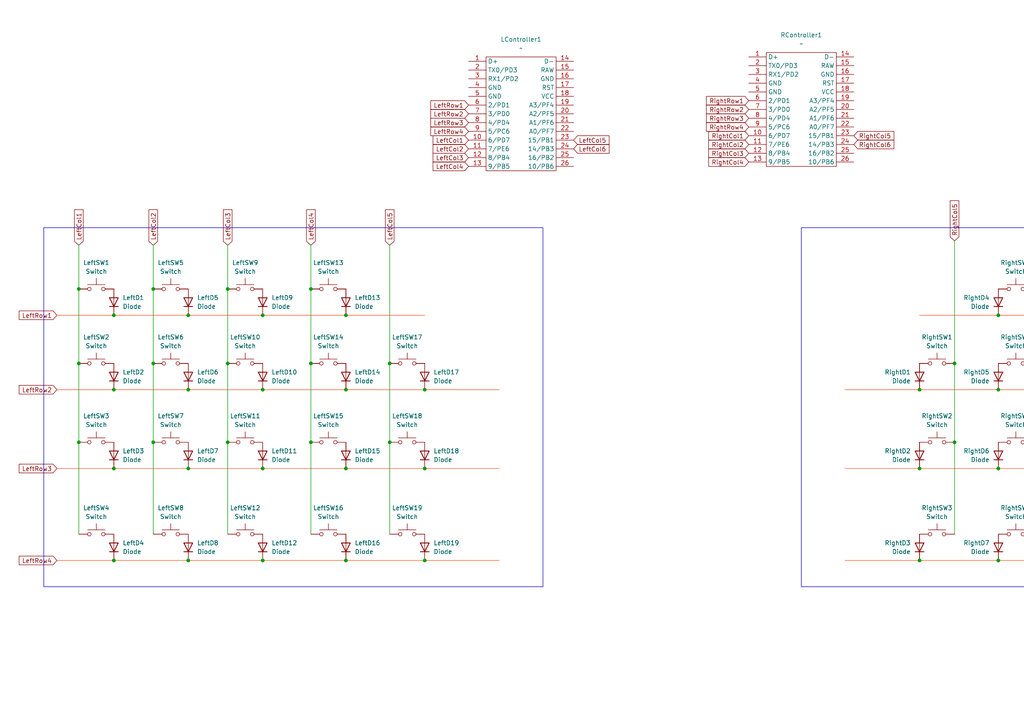
<source format=kicad_sch>
(kicad_sch (version 20250114) (generator "eeschema") (generator_version "9.0")
  (paper "A4")
  (rectangle (start 12.7 66.04) (end 157.48 170.18))
  (rectangle (start 377.19 66.04) (end 232.41 170.18))
  (junction (at 90.17 128.27))
  (junction (at 266.7 162.56))
  (junction (at 123.19 135.89))
  (junction (at 100.33 162.56))
  (junction (at 33.02 91.44))
  (junction (at 323.85 128.27))
  (junction (at 335.28 113.03))
  (junction (at 289.56 162.56))
  (junction (at 66.04 83.82))
  (junction (at 113.03 128.27))
  (junction (at 299.72 128.27))
  (junction (at 367.03 128.27))
  (junction (at 22.86 105.41))
  (junction (at 335.28 135.89))
  (junction (at 123.19 113.03))
  (junction (at 289.56 113.03))
  (junction (at 289.56 91.44))
  (junction (at 90.17 105.41))
  (junction (at 345.44 105.41))
  (junction (at 33.02 113.03))
  (junction (at 313.69 162.56))
  (junction (at 90.17 83.82))
  (junction (at 66.04 128.27))
  (junction (at 76.2 162.56))
  (junction (at 22.86 128.27))
  (junction (at 356.87 91.44))
  (junction (at 100.33 113.03))
  (junction (at 313.69 113.03))
  (junction (at 356.87 135.89))
  (junction (at 345.44 83.82))
  (junction (at 356.87 113.03))
  (junction (at 345.44 128.27))
  (junction (at 299.72 83.82))
  (junction (at 44.45 128.27))
  (junction (at 44.45 83.82))
  (junction (at 44.45 105.41))
  (junction (at 54.61 135.89))
  (junction (at 54.61 91.44))
  (junction (at 54.61 113.03))
  (junction (at 276.86 105.41))
  (junction (at 54.61 162.56))
  (junction (at 100.33 135.89))
  (junction (at 33.02 135.89))
  (junction (at 313.69 135.89))
  (junction (at 299.72 105.41))
  (junction (at 113.03 105.41))
  (junction (at 76.2 91.44))
  (junction (at 313.69 91.44))
  (junction (at 76.2 135.89))
  (junction (at 323.85 105.41))
  (junction (at 66.04 105.41))
  (junction (at 323.85 83.82))
  (junction (at 266.7 113.03))
  (junction (at 276.86 128.27))
  (junction (at 266.7 135.89))
  (junction (at 22.86 83.82))
  (junction (at 356.87 162.56))
  (junction (at 335.28 91.44))
  (junction (at 335.28 162.56))
  (junction (at 367.03 83.82))
  (junction (at 123.19 162.56))
  (junction (at 289.56 135.89))
  (junction (at 76.2 113.03))
  (junction (at 100.33 91.44))
  (junction (at 33.02 162.56))
  (junction (at 367.03 105.41))
  (wire (pts (xy 276.86 128.27) (xy 276.86 154.94)))
  (wire (pts (xy 22.86 128.27) (xy 22.86 154.94)))
  (wire (pts (xy 90.17 71.12) (xy 90.17 83.82)))
  (wire (pts (xy 22.86 83.82) (xy 22.86 105.41)))
  (wire (pts (xy 66.04 71.12) (xy 66.04 83.82)))
  (wire (pts (xy 266.7 135.89) (xy 245.11 135.89)) (stroke (width 0) (color 255 73 21 1)))
  (wire (pts (xy 323.85 105.41) (xy 323.85 128.27)))
  (wire (pts (xy 323.85 69.85) (xy 323.85 83.82)))
  (wire (pts (xy 113.03 71.12) (xy 113.03 105.41)))
  (wire (pts (xy 90.17 83.82) (xy 90.17 105.41)))
  (wire (pts (xy 66.04 83.82) (xy 66.04 105.41)))
  (wire (pts (xy 335.28 113.03) (xy 313.69 113.03)) (stroke (width 0) (color 255 73 21 1)))
  (wire (pts (xy 367.03 105.41) (xy 367.03 128.27)))
  (wire (pts (xy 313.69 162.56) (xy 289.56 162.56)) (stroke (width 0) (color 255 73 21 1)))
  (wire (pts (xy 345.44 69.85) (xy 345.44 83.82)))
  (wire (pts (xy 33.02 113.03) (xy 54.61 113.03)) (stroke (width 0) (color 255 73 21 1)))
  (wire (pts (xy 16.51 113.03) (xy 33.02 113.03)) (stroke (width 0) (color 255 73 21 1)))
  (wire (pts (xy 44.45 128.27) (xy 44.45 154.94)))
  (wire (pts (xy 356.87 91.44) (xy 373.38 91.44)) (stroke (width 0) (color 255 73 21 1)))
  (wire (pts (xy 16.51 91.44) (xy 33.02 91.44)) (stroke (width 0) (color 255 73 21 1)))
  (wire (pts (xy 356.87 162.56) (xy 373.38 162.56)) (stroke (width 0) (color 255 73 21 1)))
  (wire (pts (xy 33.02 91.44) (xy 54.61 91.44)) (stroke (width 0) (color 255 73 21 1)))
  (wire (pts (xy 123.19 135.89) (xy 144.78 135.89)) (stroke (width 0) (color 255 73 21 1)))
  (wire (pts (xy 113.03 105.41) (xy 113.03 128.27)))
  (wire (pts (xy 123.19 113.03) (xy 144.78 113.03)) (stroke (width 0) (color 255 73 21 1)))
  (wire (pts (xy 123.19 162.56) (xy 144.78 162.56)) (stroke (width 0) (color 255 73 21 1)))
  (wire (pts (xy 266.7 162.56) (xy 245.11 162.56)) (stroke (width 0) (color 255 73 21 1)))
  (wire (pts (xy 54.61 135.89) (xy 76.2 135.89)) (stroke (width 0) (color 255 73 21 1)))
  (wire (pts (xy 367.03 69.85) (xy 367.03 83.82)))
  (wire (pts (xy 100.33 113.03) (xy 123.19 113.03)) (stroke (width 0) (color 255 73 21 1)))
  (wire (pts (xy 16.51 162.56) (xy 33.02 162.56)) (stroke (width 0) (color 255 73 21 1)))
  (wire (pts (xy 33.02 135.89) (xy 54.61 135.89)) (stroke (width 0) (color 255 73 21 1)))
  (wire (pts (xy 299.72 128.27) (xy 299.72 154.94)))
  (wire (pts (xy 90.17 105.41) (xy 90.17 128.27)))
  (wire (pts (xy 54.61 113.03) (xy 76.2 113.03)) (stroke (width 0) (color 255 73 21 1)))
  (wire (pts (xy 299.72 83.82) (xy 299.72 105.41)))
  (wire (pts (xy 44.45 71.12) (xy 44.45 83.82)))
  (wire (pts (xy 276.86 105.41) (xy 276.86 128.27)))
  (wire (pts (xy 345.44 105.41) (xy 345.44 128.27)))
  (wire (pts (xy 289.56 91.44) (xy 266.7 91.44)) (stroke (width 0) (color 255 73 21 1)))
  (wire (pts (xy 335.28 135.89) (xy 313.69 135.89)) (stroke (width 0) (color 255 73 21 1)))
  (wire (pts (xy 22.86 105.41) (xy 22.86 128.27)))
  (wire (pts (xy 289.56 135.89) (xy 266.7 135.89)) (stroke (width 0) (color 255 73 21 1)))
  (wire (pts (xy 313.69 113.03) (xy 289.56 113.03)) (stroke (width 0) (color 255 73 21 1)))
  (wire (pts (xy 44.45 105.41) (xy 44.45 128.27)))
  (wire (pts (xy 100.33 162.56) (xy 123.19 162.56)) (stroke (width 0) (color 255 73 21 1)))
  (wire (pts (xy 345.44 83.82) (xy 345.44 105.41)))
  (wire (pts (xy 367.03 128.27) (xy 367.03 154.94)))
  (wire (pts (xy 276.86 69.85) (xy 276.86 105.41)))
  (wire (pts (xy 76.2 91.44) (xy 100.33 91.44)) (stroke (width 0) (color 255 73 21 1)))
  (wire (pts (xy 323.85 128.27) (xy 323.85 154.94)))
  (wire (pts (xy 356.87 91.44) (xy 335.28 91.44)) (stroke (width 0) (color 255 73 21 1)))
  (wire (pts (xy 356.87 113.03) (xy 373.38 113.03)) (stroke (width 0) (color 255 73 21 1)))
  (wire (pts (xy 266.7 113.03) (xy 245.11 113.03)) (stroke (width 0) (color 255 73 21 1)))
  (wire (pts (xy 44.45 83.82) (xy 44.45 105.41)))
  (wire (pts (xy 66.04 105.41) (xy 66.04 128.27)))
  (wire (pts (xy 356.87 135.89) (xy 335.28 135.89)) (stroke (width 0) (color 255 73 21 1)))
  (wire (pts (xy 90.17 128.27) (xy 90.17 154.94)))
  (wire (pts (xy 22.86 71.12) (xy 22.86 83.82)))
  (wire (pts (xy 313.69 91.44) (xy 289.56 91.44)) (stroke (width 0) (color 255 73 21 1)))
  (wire (pts (xy 335.28 91.44) (xy 313.69 91.44)) (stroke (width 0) (color 255 73 21 1)))
  (wire (pts (xy 66.04 128.27) (xy 66.04 154.94)))
  (wire (pts (xy 33.02 162.56) (xy 54.61 162.56)) (stroke (width 0) (color 255 73 21 1)))
  (wire (pts (xy 76.2 113.03) (xy 100.33 113.03)) (stroke (width 0) (color 255 73 21 1)))
  (wire (pts (xy 356.87 162.56) (xy 335.28 162.56)) (stroke (width 0) (color 255 73 21 1)))
  (wire (pts (xy 356.87 113.03) (xy 335.28 113.03)) (stroke (width 0) (color 255 73 21 1)))
  (wire (pts (xy 299.72 69.85) (xy 299.72 83.82)))
  (wire (pts (xy 16.51 135.89) (xy 33.02 135.89)) (stroke (width 0) (color 255 73 21 1)))
  (wire (pts (xy 356.87 135.89) (xy 373.38 135.89)) (stroke (width 0) (color 255 73 21 1)))
  (wire (pts (xy 76.2 135.89) (xy 100.33 135.89)) (stroke (width 0) (color 255 73 21 1)))
  (wire (pts (xy 367.03 83.82) (xy 367.03 105.41)))
  (wire (pts (xy 54.61 162.56) (xy 76.2 162.56)) (stroke (width 0) (color 255 73 21 1)))
  (wire (pts (xy 100.33 135.89) (xy 123.19 135.89)) (stroke (width 0) (color 255 73 21 1)))
  (wire (pts (xy 100.33 91.44) (xy 123.19 91.44)) (stroke (width 0) (color 255 73 21 1)))
  (wire (pts (xy 335.28 162.56) (xy 313.69 162.56)) (stroke (width 0) (color 255 73 21 1)))
  (wire (pts (xy 113.03 128.27) (xy 113.03 154.94)))
  (wire (pts (xy 289.56 162.56) (xy 266.7 162.56)) (stroke (width 0) (color 255 73 21 1)))
  (wire (pts (xy 289.56 113.03) (xy 266.7 113.03)) (stroke (width 0) (color 255 73 21 1)))
  (wire (pts (xy 76.2 162.56) (xy 100.33 162.56)) (stroke (width 0) (color 255 73 21 1)))
  (wire (pts (xy 54.61 91.44) (xy 76.2 91.44)) (stroke (width 0) (color 255 73 21 1)))
  (wire (pts (xy 313.69 135.89) (xy 289.56 135.89)) (stroke (width 0) (color 255 73 21 1)))
  (wire (pts (xy 345.44 128.27) (xy 345.44 154.94)))
  (wire (pts (xy 299.72 105.41) (xy 299.72 128.27)))
  (wire (pts (xy 323.85 83.82) (xy 323.85 105.41)))
  (global_label "LeftCol2" (shape input) (at 135.89 43.18 180) (property "Intersheetrefs" "${INTERSHEET_REFS}" (effects (hide yes))))
  (global_label "LeftRow4" (shape input) (at 135.89 38.1 180) (property "Intersheetrefs" "${INTERSHEET_REFS}" (effects (hide yes))))
  (global_label "RightCol3" (shape input) (at 217.17 44.45 180) (property "Intersheetrefs" "${INTERSHEET_REFS}" (effects (hide yes))))
  (global_label "RightCol6" (shape input) (at 247.65 41.91 0) (property "Intersheetrefs" "${INTERSHEET_REFS}" (effects (hide yes))))
  (global_label "RightCol2" (shape input) (at 217.17 41.91 180) (property "Intersheetrefs" "${INTERSHEET_REFS}" (effects (hide yes))))
  (global_label "LeftCol5" (shape input) (at 113.03 71.12 90) (property "Intersheetrefs" "${INTERSHEET_REFS}" (effects (hide yes))))
  (global_label "RightRow4" (shape input) (at 217.17 36.83 180) (property "Intersheetrefs" "${INTERSHEET_REFS}" (effects (hide yes))))
  (global_label "LeftCol3" (shape input) (at 66.04 71.12 90) (property "Intersheetrefs" "${INTERSHEET_REFS}" (effects (hide yes))))
  (global_label "RightRow2" (shape input) (at 373.38 113.03 0) (property "Intersheetrefs" "${INTERSHEET_REFS}" (effects (hide yes))))
  (global_label "LeftRow3" (shape input) (at 135.89 35.56 180) (property "Intersheetrefs" "${INTERSHEET_REFS}" (effects (hide yes))))
  (global_label "LeftRow2" (shape input) (at 16.51 113.03 180) (property "Intersheetrefs" "${INTERSHEET_REFS}" (effects (hide yes))))
  (global_label "LeftCol1" (shape input) (at 135.89 40.64 180) (property "Intersheetrefs" "${INTERSHEET_REFS}" (effects (hide yes))))
  (global_label "RightCol1" (shape input) (at 217.17 39.37 180) (property "Intersheetrefs" "${INTERSHEET_REFS}" (effects (hide yes))))
  (global_label "RightRow2" (shape input) (at 217.17 31.75 180) (property "Intersheetrefs" "${INTERSHEET_REFS}" (effects (hide yes))))
  (global_label "RightRow1" (shape input) (at 373.38 91.44 0) (property "Intersheetrefs" "${INTERSHEET_REFS}" (effects (hide yes))))
  (global_label "LeftCol6" (shape input) (at 166.37 43.18 0) (property "Intersheetrefs" "${INTERSHEET_REFS}" (effects (hide yes))))
  (global_label "LeftCol5" (shape input) (at 166.37 40.64 0) (property "Intersheetrefs" "${INTERSHEET_REFS}" (effects (hide yes))))
  (global_label "RightCol4" (shape input) (at 217.17 46.99 180) (property "Intersheetrefs" "${INTERSHEET_REFS}" (effects (hide yes))))
  (global_label "LeftRow1" (shape input) (at 135.89 30.48 180) (property "Intersheetrefs" "${INTERSHEET_REFS}" (effects (hide yes))))
  (global_label "RightCol5" (shape input) (at 247.65 39.37 0) (property "Intersheetrefs" "${INTERSHEET_REFS}" (effects (hide yes))))
  (global_label "RightRow3" (shape input) (at 373.38 135.89 0) (property "Intersheetrefs" "${INTERSHEET_REFS}" (effects (hide yes))))
  (global_label "RightRow4" (shape input) (at 373.38 162.56 0) (property "Intersheetrefs" "${INTERSHEET_REFS}" (effects (hide yes))))
  (global_label "LeftRow1" (shape input) (at 16.51 91.44 180) (property "Intersheetrefs" "${INTERSHEET_REFS}" (effects (hide yes))))
  (global_label "RightCol1" (shape input) (at 367.03 69.85 90) (property "Intersheetrefs" "${INTERSHEET_REFS}" (effects (hide yes))))
  (global_label "RightCol2" (shape input) (at 345.44 69.85 90) (property "Intersheetrefs" "${INTERSHEET_REFS}" (effects (hide yes))))
  (global_label "LeftRow2" (shape input) (at 135.89 33.02 180) (property "Intersheetrefs" "${INTERSHEET_REFS}" (effects (hide yes))))
  (global_label "LeftCol4" (shape input) (at 90.17 71.12 90) (property "Intersheetrefs" "${INTERSHEET_REFS}" (effects (hide yes))))
  (global_label "RightCol4" (shape input) (at 299.72 69.85 90) (property "Intersheetrefs" "${INTERSHEET_REFS}" (effects (hide yes))))
  (global_label "RightCol3" (shape input) (at 323.85 69.85 90) (property "Intersheetrefs" "${INTERSHEET_REFS}" (effects (hide yes))))
  (global_label "LeftCol3" (shape input) (at 135.89 45.72 180) (property "Intersheetrefs" "${INTERSHEET_REFS}" (effects (hide yes))))
  (global_label "LeftRow4" (shape input) (at 16.51 162.56 180) (property "Intersheetrefs" "${INTERSHEET_REFS}" (effects (hide yes))))
  (global_label "LeftRow3" (shape input) (at 16.51 135.89 180) (property "Intersheetrefs" "${INTERSHEET_REFS}" (effects (hide yes))))
  (global_label "LeftCol2" (shape input) (at 44.45 71.12 90) (property "Intersheetrefs" "${INTERSHEET_REFS}" (effects (hide yes))))
  (global_label "LeftCol1" (shape input) (at 22.86 71.12 90) (property "Intersheetrefs" "${INTERSHEET_REFS}" (effects (hide yes))))
  (global_label "LeftCol4" (shape input) (at 135.89 48.26 180) (property "Intersheetrefs" "${INTERSHEET_REFS}" (effects (hide yes))))
  (global_label "RightRow1" (shape input) (at 217.17 29.21 180) (property "Intersheetrefs" "${INTERSHEET_REFS}" (effects (hide yes))))
  (global_label "RightRow3" (shape input) (at 217.17 34.29 180) (property "Intersheetrefs" "${INTERSHEET_REFS}" (effects (hide yes))))
  (global_label "RightCol5" (shape input) (at 276.86 69.85 90) (property "Intersheetrefs" "${INTERSHEET_REFS}" (effects (hide yes))))
  (symbol (lib_name "Placeholder_Switch_9") (lib_id "ScottoKeebs:Placeholder_Switch") (at 118.11 128.27 0) (unit 1)
    (property "Reference" "LeftSW18" (at 118.11 120.65 0))
    (property "Value" "Switch" (at 118.11 123.19 0))
    (property "Footprint" "ScottoKeebs_MX:MX_PCB_1.00u" (effects (hide yes)))
    (property "Description" "Push button switch, generic, two pins" (effects (hide yes)))
  )
  (symbol (lib_name "Placeholder_Switch_10") (lib_id "ScottoKeebs:Placeholder_Switch") (at 271.78 154.94 0) (mirror y) (unit 1)
    (property "Reference" "RightSW3" (at 271.78 147.32 0))
    (property "Value" "Switch" (at 271.78 149.86 0))
    (property "Footprint" "ScottoKeebs_MX:MX_PCB_1.00u" (effects (hide yes)))
    (property "Description" "Push button switch, generic, two pins" (effects (hide yes)))
  )
  (symbol (lib_name "Placeholder_Diode_4") (lib_id "ScottoKeebs:Placeholder_Diode") (at 54.61 87.63 90) (unit 1)
    (property "Reference" "LeftD5" (at 57.15 86.3599 90) (effects (justify right)))
    (property "Value" "Diode" (at 57.15 88.8999 90) (effects (justify right)))
    (property "Footprint" "Diode_THT:D_DO-35_SOD27_P7.62mm_Horizontal" (effects (hide yes)))
    (property "Description" "1N4148 (DO-35) or 1N4148W (SOD-123)" (effects (hide yes)))
    (property "Sim.Device" "D" (effects (hide yes)))
    (property "Sim.Pins" "1=K 2=A" (effects (hide yes)))
  )
  (symbol (lib_name "Placeholder_Diode_11") (lib_id "ScottoKeebs:Placeholder_Diode") (at 313.69 158.75 270) (mirror x) (unit 1)
    (property "Reference" "RightD11" (at 311.15 157.4799 90) (effects (justify right)))
    (property "Value" "Diode" (at 311.15 160.0199 90) (effects (justify right)))
    (property "Footprint" "Diode_THT:D_DO-35_SOD27_P7.62mm_Horizontal" (effects (hide yes)))
    (property "Description" "1N4148 (DO-35) or 1N4148W (SOD-123)" (effects (hide yes)))
    (property "Sim.Device" "D" (effects (hide yes)))
    (property "Sim.Pins" "1=K 2=A" (effects (hide yes)))
  )
  (symbol (lib_name "Placeholder_Switch_4") (lib_id "ScottoKeebs:Placeholder_Switch") (at 340.36 128.27 0) (mirror y) (unit 1)
    (property "Reference" "RightSW14" (at 340.36 120.65 0))
    (property "Value" "Switch" (at 340.36 123.19 0))
    (property "Footprint" "ScottoKeebs_MX:MX_PCB_1.00u" (effects (hide yes)))
    (property "Description" "Push button switch, generic, two pins" (effects (hide yes)))
  )
  (symbol (lib_name "Placeholder_Switch_3") (lib_id "ScottoKeebs:Placeholder_Switch") (at 27.94 83.82 0) (unit 1)
    (property "Reference" "LeftSW1" (at 27.94 76.2 0))
    (property "Value" "Switch" (at 27.94 78.74 0))
    (property "Footprint" "ScottoKeebs_MX:MX_PCB_1.00u" (effects (hide yes)))
    (property "Description" "Push button switch, generic, two pins" (effects (hide yes)))
  )
  (symbol (lib_name "Placeholder_Diode_1") (lib_id "ScottoKeebs:Placeholder_Diode") (at 356.87 87.63 270) (mirror x) (unit 1)
    (property "Reference" "RightD16" (at 354.33 86.3599 90) (effects (justify right)))
    (property "Value" "Diode" (at 354.33 88.8999 90) (effects (justify right)))
    (property "Footprint" "Diode_THT:D_DO-35_SOD27_P7.62mm_Horizontal" (effects (hide yes)))
    (property "Description" "1N4148 (DO-35) or 1N4148W (SOD-123)" (effects (hide yes)))
    (property "Sim.Device" "D" (effects (hide yes)))
    (property "Sim.Pins" "1=K 2=A" (effects (hide yes)))
  )
  (symbol (lib_name "Placeholder_Switch_9") (lib_id "ScottoKeebs:Placeholder_Switch") (at 271.78 128.27 0) (mirror y) (unit 1)
    (property "Reference" "RightSW2" (at 271.78 120.65 0))
    (property "Value" "Switch" (at 271.78 123.19 0))
    (property "Footprint" "ScottoKeebs_MX:MX_PCB_1.00u" (effects (hide yes)))
    (property "Description" "Push button switch, generic, two pins" (effects (hide yes)))
  )
  (symbol (lib_name "Placeholder_Switch_2") (lib_id "ScottoKeebs:Placeholder_Switch") (at 340.36 105.41 0) (mirror y) (unit 1)
    (property "Reference" "RightSW13" (at 340.36 97.79 0))
    (property "Value" "Switch" (at 340.36 100.33 0))
    (property "Footprint" "ScottoKeebs_MX:MX_PCB_1.00u" (effects (hide yes)))
    (property "Description" "Push button switch, generic, two pins" (effects (hide yes)))
  )
  (symbol (lib_name "Placeholder_Diode_17") (lib_id "ScottoKeebs:Placeholder_Diode") (at 266.7 109.22 270) (mirror x) (unit 1)
    (property "Reference" "RightD1" (at 264.16 107.9499 90) (effects (justify right)))
    (property "Value" "Diode" (at 264.16 110.4899 90) (effects (justify right)))
    (property "Footprint" "Diode_THT:D_DO-35_SOD27_P7.62mm_Horizontal" (effects (hide yes)))
    (property "Description" "1N4148 (DO-35) or 1N4148W (SOD-123)" (effects (hide yes)))
    (property "Sim.Device" "D" (effects (hide yes)))
    (property "Sim.Pins" "1=K 2=A" (effects (hide yes)))
  )
  (symbol (lib_name "Placeholder_Diode_13") (lib_id "ScottoKeebs:Placeholder_Diode") (at 100.33 109.22 90) (unit 1)
    (property "Reference" "LeftD14" (at 102.87 107.9499 90) (effects (justify right)))
    (property "Value" "Diode" (at 102.87 110.4899 90) (effects (justify right)))
    (property "Footprint" "Diode_THT:D_DO-35_SOD27_P7.62mm_Horizontal" (effects (hide yes)))
    (property "Description" "1N4148 (DO-35) or 1N4148W (SOD-123)" (effects (hide yes)))
    (property "Sim.Device" "D" (effects (hide yes)))
    (property "Sim.Pins" "1=K 2=A" (effects (hide yes)))
  )
  (symbol (lib_id "ScottoKeebs:MCU_Adafruit_KB2040") (at 232.41 31.75 0) (unit 1)
    (property "Reference" "RController1" (at 232.41 10.16 0))
    (property "Value" "~" (at 232.41 12.7 0))
    (property "Footprint" "ScottoKeebs_MCU:Adafruit_KB2040" (effects (hide yes)))
  )
  (symbol (lib_name "Placeholder_Diode_10") (lib_id "ScottoKeebs:Placeholder_Diode") (at 335.28 132.08 270) (mirror x) (unit 1)
    (property "Reference" "RightD14" (at 332.74 130.8099 90) (effects (justify right)))
    (property "Value" "Diode" (at 332.74 133.3499 90) (effects (justify right)))
    (property "Footprint" "Diode_THT:D_DO-35_SOD27_P7.62mm_Horizontal" (effects (hide yes)))
    (property "Description" "1N4148 (DO-35) or 1N4148W (SOD-123)" (effects (hide yes)))
    (property "Sim.Device" "D" (effects (hide yes)))
    (property "Sim.Pins" "1=K 2=A" (effects (hide yes)))
  )
  (symbol (lib_name "Placeholder_Switch_19") (lib_id "ScottoKeebs:Placeholder_Switch") (at 118.11 105.41 0) (unit 1)
    (property "Reference" "LeftSW17" (at 118.11 97.79 0))
    (property "Value" "Switch" (at 118.11 100.33 0))
    (property "Footprint" "ScottoKeebs_MX:MX_PCB_1.00u" (effects (hide yes)))
    (property "Description" "Push button switch, generic, two pins" (effects (hide yes)))
  )
  (symbol (lib_name "Placeholder_Diode_3") (lib_id "ScottoKeebs:Placeholder_Diode") (at 33.02 109.22 90) (unit 1)
    (property "Reference" "LeftD2" (at 35.56 107.9499 90) (effects (justify right)))
    (property "Value" "Diode" (at 35.56 110.4899 90) (effects (justify right)))
    (property "Footprint" "Diode_THT:D_DO-35_SOD27_P7.62mm_Horizontal" (effects (hide yes)))
    (property "Description" "1N4148 (DO-35) or 1N4148W (SOD-123)" (effects (hide yes)))
    (property "Sim.Device" "D" (effects (hide yes)))
    (property "Sim.Pins" "1=K 2=A" (effects (hide yes)))
  )
  (symbol (lib_name "Placeholder_Switch_13") (lib_id "ScottoKeebs:Placeholder_Switch") (at 318.77 128.27 0) (mirror y) (unit 1)
    (property "Reference" "RightSW10" (at 318.77 120.65 0))
    (property "Value" "Switch" (at 318.77 123.19 0))
    (property "Footprint" "ScottoKeebs_MX:MX_PCB_1.00u" (effects (hide yes)))
    (property "Description" "Push button switch, generic, two pins" (effects (hide yes)))
  )
  (symbol (lib_name "Placeholder_Diode_1") (lib_id "ScottoKeebs:Placeholder_Diode") (at 33.02 87.63 90) (unit 1)
    (property "Reference" "LeftD1" (at 35.56 86.3599 90) (effects (justify right)))
    (property "Value" "Diode" (at 35.56 88.8999 90) (effects (justify right)))
    (property "Footprint" "Diode_THT:D_DO-35_SOD27_P7.62mm_Horizontal" (effects (hide yes)))
    (property "Description" "1N4148 (DO-35) or 1N4148W (SOD-123)" (effects (hide yes)))
    (property "Sim.Device" "D" (effects (hide yes)))
    (property "Sim.Pins" "1=K 2=A" (effects (hide yes)))
  )
  (symbol (lib_name "Placeholder_Switch_7") (lib_id "ScottoKeebs:Placeholder_Switch") (at 27.94 154.94 0) (unit 1)
    (property "Reference" "LeftSW4" (at 27.94 147.32 0))
    (property "Value" "Switch" (at 27.94 149.86 0))
    (property "Footprint" "ScottoKeebs_MX:MX_PCB_1.00u" (effects (hide yes)))
    (property "Description" "Push button switch, generic, two pins" (effects (hide yes)))
  )
  (symbol (lib_name "Placeholder_Diode_18") (lib_id "ScottoKeebs:Placeholder_Diode") (at 266.7 132.08 270) (mirror x) (unit 1)
    (property "Reference" "RightD2" (at 264.16 130.8099 90) (effects (justify right)))
    (property "Value" "Diode" (at 264.16 133.3499 90) (effects (justify right)))
    (property "Footprint" "Diode_THT:D_DO-35_SOD27_P7.62mm_Horizontal" (effects (hide yes)))
    (property "Description" "1N4148 (DO-35) or 1N4148W (SOD-123)" (effects (hide yes)))
    (property "Sim.Device" "D" (effects (hide yes)))
    (property "Sim.Pins" "1=K 2=A" (effects (hide yes)))
  )
  (symbol (lib_name "Placeholder_Switch_17") (lib_id "ScottoKeebs:Placeholder_Switch") (at 294.64 83.82 0) (mirror y) (unit 1)
    (property "Reference" "RightSW4" (at 294.64 76.2 0))
    (property "Value" "Switch" (at 294.64 78.74 0))
    (property "Footprint" "ScottoKeebs_MX:MX_PCB_1.00u" (effects (hide yes)))
    (property "Description" "Push button switch, generic, two pins" (effects (hide yes)))
  )
  (symbol (lib_id "ScottoKeebs:Placeholder_Diode") (at 33.02 132.08 90) (unit 1)
    (property "Reference" "LeftD3" (at 35.56 130.8099 90) (effects (justify right)))
    (property "Value" "Diode" (at 35.56 133.3499 90) (effects (justify right)))
    (property "Footprint" "Diode_THT:D_DO-35_SOD27_P7.62mm_Horizontal" (effects (hide yes)))
    (property "Description" "1N4148 (DO-35) or 1N4148W (SOD-123)" (effects (hide yes)))
    (property "Sim.Device" "D" (effects (hide yes)))
    (property "Sim.Pins" "1=K 2=A" (effects (hide yes)))
  )
  (symbol (lib_name "Placeholder_Diode_13") (lib_id "ScottoKeebs:Placeholder_Diode") (at 289.56 109.22 270) (mirror x) (unit 1)
    (property "Reference" "RightD5" (at 287.02 107.9499 90) (effects (justify right)))
    (property "Value" "Diode" (at 287.02 110.4899 90) (effects (justify right)))
    (property "Footprint" "Diode_THT:D_DO-35_SOD27_P7.62mm_Horizontal" (effects (hide yes)))
    (property "Description" "1N4148 (DO-35) or 1N4148W (SOD-123)" (effects (hide yes)))
    (property "Sim.Device" "D" (effects (hide yes)))
    (property "Sim.Pins" "1=K 2=A" (effects (hide yes)))
  )
  (symbol (lib_name "Placeholder_Switch_6") (lib_id "ScottoKeebs:Placeholder_Switch") (at 361.95 128.27 0) (mirror y) (unit 1)
    (property "Reference" "RightSW18" (at 361.95 120.65 0))
    (property "Value" "Switch" (at 361.95 123.19 0))
    (property "Footprint" "ScottoKeebs_MX:MX_PCB_1.00u" (effects (hide yes)))
    (property "Description" "Push button switch, generic, two pins" (effects (hide yes)))
  )
  (symbol (lib_name "Placeholder_Switch_3") (lib_id "ScottoKeebs:Placeholder_Switch") (at 361.95 83.82 0) (mirror y) (unit 1)
    (property "Reference" "RightSW16" (at 361.95 76.2 0))
    (property "Value" "Switch" (at 361.95 78.74 0))
    (property "Footprint" "ScottoKeebs_MX:MX_PCB_1.00u" (effects (hide yes)))
    (property "Description" "Push button switch, generic, two pins" (effects (hide yes)))
  )
  (symbol (lib_id "ScottoKeebs:Placeholder_Switch") (at 340.36 154.94 0) (mirror y) (unit 1)
    (property "Reference" "RightSW15" (at 340.36 147.32 0))
    (property "Value" "Switch" (at 340.36 149.86 0))
    (property "Footprint" "ScottoKeebs_MX:MX_PCB_1.00u" (effects (hide yes)))
    (property "Description" "Push button switch, generic, two pins" (effects (hide yes)))
  )
  (symbol (lib_name "Placeholder_Diode_11") (lib_id "ScottoKeebs:Placeholder_Diode") (at 76.2 158.75 90) (unit 1)
    (property "Reference" "LeftD12" (at 78.74 157.4799 90) (effects (justify right)))
    (property "Value" "Diode" (at 78.74 160.0199 90) (effects (justify right)))
    (property "Footprint" "Diode_THT:D_DO-35_SOD27_P7.62mm_Horizontal" (effects (hide yes)))
    (property "Description" "1N4148 (DO-35) or 1N4148W (SOD-123)" (effects (hide yes)))
    (property "Sim.Device" "D" (effects (hide yes)))
    (property "Sim.Pins" "1=K 2=A" (effects (hide yes)))
  )
  (symbol (lib_name "Placeholder_Diode_15") (lib_id "ScottoKeebs:Placeholder_Diode") (at 100.33 158.75 90) (unit 1)
    (property "Reference" "LeftD16" (at 102.87 157.4799 90) (effects (justify right)))
    (property "Value" "Diode" (at 102.87 160.0199 90) (effects (justify right)))
    (property "Footprint" "Diode_THT:D_DO-35_SOD27_P7.62mm_Horizontal" (effects (hide yes)))
    (property "Description" "1N4148 (DO-35) or 1N4148W (SOD-123)" (effects (hide yes)))
    (property "Sim.Device" "D" (effects (hide yes)))
    (property "Sim.Pins" "1=K 2=A" (effects (hide yes)))
  )
  (symbol (lib_name "Placeholder_Diode_9") (lib_id "ScottoKeebs:Placeholder_Diode") (at 335.28 158.75 270) (mirror x) (unit 1)
    (property "Reference" "RightD15" (at 332.74 157.4799 90) (effects (justify right)))
    (property "Value" "Diode" (at 332.74 160.0199 90) (effects (justify right)))
    (property "Footprint" "Diode_THT:D_DO-35_SOD27_P7.62mm_Horizontal" (effects (hide yes)))
    (property "Description" "1N4148 (DO-35) or 1N4148W (SOD-123)" (effects (hide yes)))
    (property "Sim.Device" "D" (effects (hide yes)))
    (property "Sim.Pins" "1=K 2=A" (effects (hide yes)))
  )
  (symbol (lib_name "Placeholder_Switch_19") (lib_id "ScottoKeebs:Placeholder_Switch") (at 271.78 105.41 0) (mirror y) (unit 1)
    (property "Reference" "RightSW1" (at 271.78 97.79 0))
    (property "Value" "Switch" (at 271.78 100.33 0))
    (property "Footprint" "ScottoKeebs_MX:MX_PCB_1.00u" (effects (hide yes)))
    (property "Description" "Push button switch, generic, two pins" (effects (hide yes)))
  )
  (symbol (lib_name "Placeholder_Switch_15") (lib_id "ScottoKeebs:Placeholder_Switch") (at 71.12 154.94 0) (unit 1)
    (property "Reference" "LeftSW12" (at 71.12 147.32 0))
    (property "Value" "Switch" (at 71.12 149.86 0))
    (property "Footprint" "ScottoKeebs_MX:MX_PCB_1.00u" (effects (hide yes)))
    (property "Description" "Push button switch, generic, two pins" (effects (hide yes)))
  )
  (symbol (lib_name "Placeholder_Diode_6") (lib_id "ScottoKeebs:Placeholder_Diode") (at 313.69 109.22 270) (mirror x) (unit 1)
    (property "Reference" "RightD9" (at 311.15 107.9499 90) (effects (justify right)))
    (property "Value" "Diode" (at 311.15 110.4899 90) (effects (justify right)))
    (property "Footprint" "Diode_THT:D_DO-35_SOD27_P7.62mm_Horizontal" (effects (hide yes)))
    (property "Description" "1N4148 (DO-35) or 1N4148W (SOD-123)" (effects (hide yes)))
    (property "Sim.Device" "D" (effects (hide yes)))
    (property "Sim.Pins" "1=K 2=A" (effects (hide yes)))
  )
  (symbol (lib_name "Placeholder_Diode_9") (lib_id "ScottoKeebs:Placeholder_Diode") (at 54.61 158.75 90) (unit 1)
    (property "Reference" "LeftD8" (at 57.15 157.4799 90) (effects (justify right)))
    (property "Value" "Diode" (at 57.15 160.0199 90) (effects (justify right)))
    (property "Footprint" "Diode_THT:D_DO-35_SOD27_P7.62mm_Horizontal" (effects (hide yes)))
    (property "Description" "1N4148 (DO-35) or 1N4148W (SOD-123)" (effects (hide yes)))
    (property "Sim.Device" "D" (effects (hide yes)))
    (property "Sim.Pins" "1=K 2=A" (effects (hide yes)))
  )
  (symbol (lib_name "Placeholder_Switch_14") (lib_id "ScottoKeebs:Placeholder_Switch") (at 294.64 128.27 0) (mirror y) (unit 1)
    (property "Reference" "RightSW6" (at 294.64 120.65 0))
    (property "Value" "Switch" (at 294.64 123.19 0))
    (property "Footprint" "ScottoKeebs_MX:MX_PCB_1.00u" (effects (hide yes)))
    (property "Description" "Push button switch, generic, two pins" (effects (hide yes)))
  )
  (symbol (lib_name "Placeholder_Diode_14") (lib_id "ScottoKeebs:Placeholder_Diode") (at 289.56 132.08 270) (mirror x) (unit 1)
    (property "Reference" "RightD6" (at 287.02 130.8099 90) (effects (justify right)))
    (property "Value" "Diode" (at 287.02 133.3499 90) (effects (justify right)))
    (property "Footprint" "Diode_THT:D_DO-35_SOD27_P7.62mm_Horizontal" (effects (hide yes)))
    (property "Description" "1N4148 (DO-35) or 1N4148W (SOD-123)" (effects (hide yes)))
    (property "Sim.Device" "D" (effects (hide yes)))
    (property "Sim.Pins" "1=K 2=A" (effects (hide yes)))
  )
  (symbol (lib_name "Placeholder_Diode_4") (lib_id "ScottoKeebs:Placeholder_Diode") (at 335.28 87.63 270) (mirror x) (unit 1)
    (property "Reference" "RightD12" (at 332.74 86.3599 90) (effects (justify right)))
    (property "Value" "Diode" (at 332.74 88.8999 90) (effects (justify right)))
    (property "Footprint" "Diode_THT:D_DO-35_SOD27_P7.62mm_Horizontal" (effects (hide yes)))
    (property "Description" "1N4148 (DO-35) or 1N4148W (SOD-123)" (effects (hide yes)))
    (property "Sim.Device" "D" (effects (hide yes)))
    (property "Sim.Pins" "1=K 2=A" (effects (hide yes)))
  )
  (symbol (lib_name "Placeholder_Switch_16") (lib_id "ScottoKeebs:Placeholder_Switch") (at 95.25 154.94 0) (unit 1)
    (property "Reference" "LeftSW16" (at 95.25 147.32 0))
    (property "Value" "Switch" (at 95.25 149.86 0))
    (property "Footprint" "ScottoKeebs_MX:MX_PCB_1.00u" (effects (hide yes)))
    (property "Description" "Push button switch, generic, two pins" (effects (hide yes)))
  )
  (symbol (lib_name "Placeholder_Diode_15") (lib_id "ScottoKeebs:Placeholder_Diode") (at 289.56 158.75 270) (mirror x) (unit 1)
    (property "Reference" "RightD7" (at 287.02 157.4799 90) (effects (justify right)))
    (property "Value" "Diode" (at 287.02 160.0199 90) (effects (justify right)))
    (property "Footprint" "Diode_THT:D_DO-35_SOD27_P7.62mm_Horizontal" (effects (hide yes)))
    (property "Description" "1N4148 (DO-35) or 1N4148W (SOD-123)" (effects (hide yes)))
    (property "Sim.Device" "D" (effects (hide yes)))
    (property "Sim.Pins" "1=K 2=A" (effects (hide yes)))
  )
  (symbol (lib_name "Placeholder_Diode_14") (lib_id "ScottoKeebs:Placeholder_Diode") (at 100.33 132.08 90) (unit 1)
    (property "Reference" "LeftD15" (at 102.87 130.8099 90) (effects (justify right)))
    (property "Value" "Diode" (at 102.87 133.3499 90) (effects (justify right)))
    (property "Footprint" "Diode_THT:D_DO-35_SOD27_P7.62mm_Horizontal" (effects (hide yes)))
    (property "Description" "1N4148 (DO-35) or 1N4148W (SOD-123)" (effects (hide yes)))
    (property "Sim.Device" "D" (effects (hide yes)))
    (property "Sim.Pins" "1=K 2=A" (effects (hide yes)))
  )
  (symbol (lib_name "Placeholder_Switch_12") (lib_id "ScottoKeebs:Placeholder_Switch") (at 71.12 83.82 0) (unit 1)
    (property "Reference" "LeftSW9" (at 71.12 76.2 0))
    (property "Value" "Switch" (at 71.12 78.74 0))
    (property "Footprint" "ScottoKeebs_MX:MX_PCB_1.00u" (effects (hide yes)))
    (property "Description" "Push button switch, generic, two pins" (effects (hide yes)))
  )
  (symbol (lib_id "ScottoKeebs:Placeholder_Switch") (at 49.53 154.94 0) (unit 1)
    (property "Reference" "LeftSW8" (at 49.53 147.32 0))
    (property "Value" "Switch" (at 49.53 149.86 0))
    (property "Footprint" "ScottoKeebs_MX:MX_PCB_1.00u" (effects (hide yes)))
    (property "Description" "Push button switch, generic, two pins" (effects (hide yes)))
  )
  (symbol (lib_name "Placeholder_Switch_17") (lib_id "ScottoKeebs:Placeholder_Switch") (at 95.25 83.82 0) (unit 1)
    (property "Reference" "LeftSW13" (at 95.25 76.2 0))
    (property "Value" "Switch" (at 95.25 78.74 0))
    (property "Footprint" "ScottoKeebs_MX:MX_PCB_1.00u" (effects (hide yes)))
    (property "Description" "Push button switch, generic, two pins" (effects (hide yes)))
  )
  (symbol (lib_name "Placeholder_Diode_19") (lib_id "ScottoKeebs:Placeholder_Diode") (at 266.7 158.75 270) (mirror x) (unit 1)
    (property "Reference" "RightD3" (at 264.16 157.4799 90) (effects (justify right)))
    (property "Value" "Diode" (at 264.16 160.0199 90) (effects (justify right)))
    (property "Footprint" "Diode_THT:D_DO-35_SOD27_P7.62mm_Horizontal" (effects (hide yes)))
    (property "Description" "1N4148 (DO-35) or 1N4148W (SOD-123)" (effects (hide yes)))
    (property "Sim.Device" "D" (effects (hide yes)))
    (property "Sim.Pins" "1=K 2=A" (effects (hide yes)))
  )
  (symbol (lib_name "Placeholder_Diode_18") (lib_id "ScottoKeebs:Placeholder_Diode") (at 123.19 132.08 90) (unit 1)
    (property "Reference" "LeftD18" (at 125.73 130.8099 90) (effects (justify right)))
    (property "Value" "Diode" (at 125.73 133.3499 90) (effects (justify right)))
    (property "Footprint" "Diode_THT:D_DO-35_SOD27_P7.62mm_Horizontal" (effects (hide yes)))
    (property "Description" "1N4148 (DO-35) or 1N4148W (SOD-123)" (effects (hide yes)))
    (property "Sim.Device" "D" (effects (hide yes)))
    (property "Sim.Pins" "1=K 2=A" (effects (hide yes)))
  )
  (symbol (lib_id "ScottoKeebs:MCU_Adafruit_KB2040") (at 151.13 33.02 0) (unit 1)
    (property "Reference" "LController1" (at 151.13 11.43 0))
    (property "Value" "~" (at 151.13 13.97 0))
    (property "Footprint" "ScottoKeebs_MCU:Adafruit_KB2040" (effects (hide yes)))
  )
  (symbol (lib_name "Placeholder_Switch_1") (lib_id "ScottoKeebs:Placeholder_Switch") (at 49.53 83.82 0) (unit 1)
    (property "Reference" "LeftSW5" (at 49.53 76.2 0))
    (property "Value" "Switch" (at 49.53 78.74 0))
    (property "Footprint" "ScottoKeebs_MX:MX_PCB_1.00u" (effects (hide yes)))
    (property "Description" "Push button switch, generic, two pins" (effects (hide yes)))
  )
  (symbol (lib_name "Placeholder_Diode_12") (lib_id "ScottoKeebs:Placeholder_Diode") (at 335.28 109.22 270) (mirror x) (unit 1)
    (property "Reference" "RightD13" (at 332.74 107.9499 90) (effects (justify right)))
    (property "Value" "Diode" (at 332.74 110.4899 90) (effects (justify right)))
    (property "Footprint" "Diode_THT:D_DO-35_SOD27_P7.62mm_Horizontal" (effects (hide yes)))
    (property "Description" "1N4148 (DO-35) or 1N4148W (SOD-123)" (effects (hide yes)))
    (property "Sim.Device" "D" (effects (hide yes)))
    (property "Sim.Pins" "1=K 2=A" (effects (hide yes)))
  )
  (symbol (lib_name "Placeholder_Diode_5") (lib_id "ScottoKeebs:Placeholder_Diode") (at 76.2 87.63 90) (unit 1)
    (property "Reference" "LeftD9" (at 78.74 86.3599 90) (effects (justify right)))
    (property "Value" "Diode" (at 78.74 88.8999 90) (effects (justify right)))
    (property "Footprint" "Diode_THT:D_DO-35_SOD27_P7.62mm_Horizontal" (effects (hide yes)))
    (property "Description" "1N4148 (DO-35) or 1N4148W (SOD-123)" (effects (hide yes)))
    (property "Sim.Device" "D" (effects (hide yes)))
    (property "Sim.Pins" "1=K 2=A" (effects (hide yes)))
  )
  (symbol (lib_name "Placeholder_Diode_8") (lib_id "ScottoKeebs:Placeholder_Diode") (at 100.33 87.63 90) (unit 1)
    (property "Reference" "LeftD13" (at 102.87 86.3599 90) (effects (justify right)))
    (property "Value" "Diode" (at 102.87 88.8999 90) (effects (justify right)))
    (property "Footprint" "Diode_THT:D_DO-35_SOD27_P7.62mm_Horizontal" (effects (hide yes)))
    (property "Description" "1N4148 (DO-35) or 1N4148W (SOD-123)" (effects (hide yes)))
    (property "Sim.Device" "D" (effects (hide yes)))
    (property "Sim.Pins" "1=K 2=A" (effects (hide yes)))
  )
  (symbol (lib_name "Placeholder_Switch_5") (lib_id "ScottoKeebs:Placeholder_Switch") (at 361.95 105.41 0) (mirror y) (unit 1)
    (property "Reference" "RightSW17" (at 361.95 97.79 0))
    (property "Value" "Switch" (at 361.95 100.33 0))
    (property "Footprint" "ScottoKeebs_MX:MX_PCB_1.00u" (effects (hide yes)))
    (property "Description" "Push button switch, generic, two pins" (effects (hide yes)))
  )
  (symbol (lib_name "Placeholder_Diode_5") (lib_id "ScottoKeebs:Placeholder_Diode") (at 313.69 87.63 270) (mirror x) (unit 1)
    (property "Reference" "RightD8" (at 311.15 86.3599 90) (effects (justify right)))
    (property "Value" "Diode" (at 311.15 88.8999 90) (effects (justify right)))
    (property "Footprint" "Diode_THT:D_DO-35_SOD27_P7.62mm_Horizontal" (effects (hide yes)))
    (property "Description" "1N4148 (DO-35) or 1N4148W (SOD-123)" (effects (hide yes)))
    (property "Sim.Device" "D" (effects (hide yes)))
    (property "Sim.Pins" "1=K 2=A" (effects (hide yes)))
  )
  (symbol (lib_name "Placeholder_Switch_15") (lib_id "ScottoKeebs:Placeholder_Switch") (at 318.77 154.94 0) (mirror y) (unit 1)
    (property "Reference" "RightSW11" (at 318.77 147.32 0))
    (property "Value" "Switch" (at 318.77 149.86 0))
    (property "Footprint" "ScottoKeebs_MX:MX_PCB_1.00u" (effects (hide yes)))
    (property "Description" "Push button switch, generic, two pins" (effects (hide yes)))
  )
  (symbol (lib_name "Placeholder_Switch_11") (lib_id "ScottoKeebs:Placeholder_Switch") (at 95.25 105.41 0) (unit 1)
    (property "Reference" "LeftSW14" (at 95.25 97.79 0))
    (property "Value" "Switch" (at 95.25 100.33 0))
    (property "Footprint" "ScottoKeebs_MX:MX_PCB_1.00u" (effects (hide yes)))
    (property "Description" "Push button switch, generic, two pins" (effects (hide yes)))
  )
  (symbol (lib_name "Placeholder_Switch_4") (lib_id "ScottoKeebs:Placeholder_Switch") (at 49.53 128.27 0) (unit 1)
    (property "Reference" "LeftSW7" (at 49.53 120.65 0))
    (property "Value" "Switch" (at 49.53 123.19 0))
    (property "Footprint" "ScottoKeebs_MX:MX_PCB_1.00u" (effects (hide yes)))
    (property "Description" "Push button switch, generic, two pins" (effects (hide yes)))
  )
  (symbol (lib_name "Placeholder_Diode_10") (lib_id "ScottoKeebs:Placeholder_Diode") (at 54.61 132.08 90) (unit 1)
    (property "Reference" "LeftD7" (at 57.15 130.8099 90) (effects (justify right)))
    (property "Value" "Diode" (at 57.15 133.3499 90) (effects (justify right)))
    (property "Footprint" "Diode_THT:D_DO-35_SOD27_P7.62mm_Horizontal" (effects (hide yes)))
    (property "Description" "1N4148 (DO-35) or 1N4148W (SOD-123)" (effects (hide yes)))
    (property "Sim.Device" "D" (effects (hide yes)))
    (property "Sim.Pins" "1=K 2=A" (effects (hide yes)))
  )
  (symbol (lib_name "Placeholder_Switch_18") (lib_id "ScottoKeebs:Placeholder_Switch") (at 71.12 105.41 0) (unit 1)
    (property "Reference" "LeftSW10" (at 71.12 97.79 0))
    (property "Value" "Switch" (at 71.12 100.33 0))
    (property "Footprint" "ScottoKeebs_MX:MX_PCB_1.00u" (effects (hide yes)))
    (property "Description" "Push button switch, generic, two pins" (effects (hide yes)))
  )
  (symbol (lib_name "Placeholder_Diode_2") (lib_id "ScottoKeebs:Placeholder_Diode") (at 356.87 158.75 270) (mirror x) (unit 1)
    (property "Reference" "RightD19" (at 354.33 157.4799 90) (effects (justify right)))
    (property "Value" "Diode" (at 354.33 160.0199 90) (effects (justify right)))
    (property "Footprint" "Diode_THT:D_DO-35_SOD27_P7.62mm_Horizontal" (effects (hide yes)))
    (property "Description" "1N4148 (DO-35) or 1N4148W (SOD-123)" (effects (hide yes)))
    (property "Sim.Device" "D" (effects (hide yes)))
    (property "Sim.Pins" "1=K 2=A" (effects (hide yes)))
  )
  (symbol (lib_name "Placeholder_Switch_2") (lib_id "ScottoKeebs:Placeholder_Switch") (at 49.53 105.41 0) (unit 1)
    (property "Reference" "LeftSW6" (at 49.53 97.79 0))
    (property "Value" "Switch" (at 49.53 100.33 0))
    (property "Footprint" "ScottoKeebs_MX:MX_PCB_1.00u" (effects (hide yes)))
    (property "Description" "Push button switch, generic, two pins" (effects (hide yes)))
  )
  (symbol (lib_name "Placeholder_Switch_12") (lib_id "ScottoKeebs:Placeholder_Switch") (at 318.77 83.82 0) (mirror y) (unit 1)
    (property "Reference" "RightSW8" (at 318.77 76.2 0))
    (property "Value" "Switch" (at 318.77 78.74 0))
    (property "Footprint" "ScottoKeebs_MX:MX_PCB_1.00u" (effects (hide yes)))
    (property "Description" "Push button switch, generic, two pins" (effects (hide yes)))
  )
  (symbol (lib_name "Placeholder_Switch_16") (lib_id "ScottoKeebs:Placeholder_Switch") (at 294.64 154.94 0) (mirror y) (unit 1)
    (property "Reference" "RightSW7" (at 294.64 147.32 0))
    (property "Value" "Switch" (at 294.64 149.86 0))
    (property "Footprint" "ScottoKeebs_MX:MX_PCB_1.00u" (effects (hide yes)))
    (property "Description" "Push button switch, generic, two pins" (effects (hide yes)))
  )
  (symbol (lib_name "Placeholder_Switch_13") (lib_id "ScottoKeebs:Placeholder_Switch") (at 71.12 128.27 0) (unit 1)
    (property "Reference" "LeftSW11" (at 71.12 120.65 0))
    (property "Value" "Switch" (at 71.12 123.19 0))
    (property "Footprint" "ScottoKeebs_MX:MX_PCB_1.00u" (effects (hide yes)))
    (property "Description" "Push button switch, generic, two pins" (effects (hide yes)))
  )
  (symbol (lib_name "Placeholder_Switch_10") (lib_id "ScottoKeebs:Placeholder_Switch") (at 118.11 154.94 0) (unit 1)
    (property "Reference" "LeftSW19" (at 118.11 147.32 0))
    (property "Value" "Switch" (at 118.11 149.86 0))
    (property "Footprint" "ScottoKeebs_MX:MX_PCB_1.00u" (effects (hide yes)))
    (property "Description" "Push button switch, generic, two pins" (effects (hide yes)))
  )
  (symbol (lib_name "Placeholder_Diode_2") (lib_id "ScottoKeebs:Placeholder_Diode") (at 33.02 158.75 90) (unit 1)
    (property "Reference" "LeftD4" (at 35.56 157.4799 90) (effects (justify right)))
    (property "Value" "Diode" (at 35.56 160.0199 90) (effects (justify right)))
    (property "Footprint" "Diode_THT:D_DO-35_SOD27_P7.62mm_Horizontal" (effects (hide yes)))
    (property "Description" "1N4148 (DO-35) or 1N4148W (SOD-123)" (effects (hide yes)))
    (property "Sim.Device" "D" (effects (hide yes)))
    (property "Sim.Pins" "1=K 2=A" (effects (hide yes)))
  )
  (symbol (lib_name "Placeholder_Diode_12") (lib_id "ScottoKeebs:Placeholder_Diode") (at 54.61 109.22 90) (unit 1)
    (property "Reference" "LeftD6" (at 57.15 107.9499 90) (effects (justify right)))
    (property "Value" "Diode" (at 57.15 110.4899 90) (effects (justify right)))
    (property "Footprint" "Diode_THT:D_DO-35_SOD27_P7.62mm_Horizontal" (effects (hide yes)))
    (property "Description" "1N4148 (DO-35) or 1N4148W (SOD-123)" (effects (hide yes)))
    (property "Sim.Device" "D" (effects (hide yes)))
    (property "Sim.Pins" "1=K 2=A" (effects (hide yes)))
  )
  (symbol (lib_id "ScottoKeebs:Placeholder_Diode") (at 356.87 132.08 270) (mirror x) (unit 1)
    (property "Reference" "RightD18" (at 354.33 130.8099 90) (effects (justify right)))
    (property "Value" "Diode" (at 354.33 133.3499 90) (effects (justify right)))
    (property "Footprint" "Diode_THT:D_DO-35_SOD27_P7.62mm_Horizontal" (effects (hide yes)))
    (property "Description" "1N4148 (DO-35) or 1N4148W (SOD-123)" (effects (hide yes)))
    (property "Sim.Device" "D" (effects (hide yes)))
    (property "Sim.Pins" "1=K 2=A" (effects (hide yes)))
  )
  (symbol (lib_name "Placeholder_Switch_7") (lib_id "ScottoKeebs:Placeholder_Switch") (at 361.95 154.94 0) (mirror y) (unit 1)
    (property "Reference" "RightSW19" (at 361.95 147.32 0))
    (property "Value" "Switch" (at 361.95 149.86 0))
    (property "Footprint" "ScottoKeebs_MX:MX_PCB_1.00u" (effects (hide yes)))
    (property "Description" "Push button switch, generic, two pins" (effects (hide yes)))
  )
  (symbol (lib_name "Placeholder_Switch_5") (lib_id "ScottoKeebs:Placeholder_Switch") (at 27.94 105.41 0) (unit 1)
    (property "Reference" "LeftSW2" (at 27.94 97.79 0))
    (property "Value" "Switch" (at 27.94 100.33 0))
    (property "Footprint" "ScottoKeebs_MX:MX_PCB_1.00u" (effects (hide yes)))
    (property "Description" "Push button switch, generic, two pins" (effects (hide yes)))
  )
  (symbol (lib_name "Placeholder_Diode_7") (lib_id "ScottoKeebs:Placeholder_Diode") (at 313.69 132.08 270) (mirror x) (unit 1)
    (property "Reference" "RightD10" (at 311.15 130.8099 90) (effects (justify right)))
    (property "Value" "Diode" (at 311.15 133.3499 90) (effects (justify right)))
    (property "Footprint" "Diode_THT:D_DO-35_SOD27_P7.62mm_Horizontal" (effects (hide yes)))
    (property "Description" "1N4148 (DO-35) or 1N4148W (SOD-123)" (effects (hide yes)))
    (property "Sim.Device" "D" (effects (hide yes)))
    (property "Sim.Pins" "1=K 2=A" (effects (hide yes)))
  )
  (symbol (lib_name "Placeholder_Switch_6") (lib_id "ScottoKeebs:Placeholder_Switch") (at 27.94 128.27 0) (unit 1)
    (property "Reference" "LeftSW3" (at 27.94 120.65 0))
    (property "Value" "Switch" (at 27.94 123.19 0))
    (property "Footprint" "ScottoKeebs_MX:MX_PCB_1.00u" (effects (hide yes)))
    (property "Description" "Push button switch, generic, two pins" (effects (hide yes)))
  )
  (symbol (lib_name "Placeholder_Diode_7") (lib_id "ScottoKeebs:Placeholder_Diode") (at 76.2 132.08 90) (unit 1)
    (property "Reference" "LeftD11" (at 78.74 130.8099 90) (effects (justify right)))
    (property "Value" "Diode" (at 78.74 133.3499 90) (effects (justify right)))
    (property "Footprint" "Diode_THT:D_DO-35_SOD27_P7.62mm_Horizontal" (effects (hide yes)))
    (property "Description" "1N4148 (DO-35) or 1N4148W (SOD-123)" (effects (hide yes)))
    (property "Sim.Device" "D" (effects (hide yes)))
    (property "Sim.Pins" "1=K 2=A" (effects (hide yes)))
  )
  (symbol (lib_name "Placeholder_Diode_19") (lib_id "ScottoKeebs:Placeholder_Diode") (at 123.19 158.75 90) (unit 1)
    (property "Reference" "LeftD19" (at 125.73 157.4799 90) (effects (justify right)))
    (property "Value" "Diode" (at 125.73 160.0199 90) (effects (justify right)))
    (property "Footprint" "Diode_THT:D_DO-35_SOD27_P7.62mm_Horizontal" (effects (hide yes)))
    (property "Description" "1N4148 (DO-35) or 1N4148W (SOD-123)" (effects (hide yes)))
    (property "Sim.Device" "D" (effects (hide yes)))
    (property "Sim.Pins" "1=K 2=A" (effects (hide yes)))
  )
  (symbol (lib_name "Placeholder_Switch_14") (lib_id "ScottoKeebs:Placeholder_Switch") (at 95.25 128.27 0) (unit 1)
    (property "Reference" "LeftSW15" (at 95.25 120.65 0))
    (property "Value" "Switch" (at 95.25 123.19 0))
    (property "Footprint" "ScottoKeebs_MX:MX_PCB_1.00u" (effects (hide yes)))
    (property "Description" "Push button switch, generic, two pins" (effects (hide yes)))
  )
  (symbol (lib_name "Placeholder_Diode_6") (lib_id "ScottoKeebs:Placeholder_Diode") (at 76.2 109.22 90) (unit 1)
    (property "Reference" "LeftD10" (at 78.74 107.9499 90) (effects (justify right)))
    (property "Value" "Diode" (at 78.74 110.4899 90) (effects (justify right)))
    (property "Footprint" "Diode_THT:D_DO-35_SOD27_P7.62mm_Horizontal" (effects (hide yes)))
    (property "Description" "1N4148 (DO-35) or 1N4148W (SOD-123)" (effects (hide yes)))
    (property "Sim.Device" "D" (effects (hide yes)))
    (property "Sim.Pins" "1=K 2=A" (effects (hide yes)))
  )
  (symbol (lib_name "Placeholder_Switch_18") (lib_id "ScottoKeebs:Placeholder_Switch") (at 318.77 105.41 0) (mirror y) (unit 1)
    (property "Reference" "RightSW9" (at 318.77 97.79 0))
    (property "Value" "Switch" (at 318.77 100.33 0))
    (property "Footprint" "ScottoKeebs_MX:MX_PCB_1.00u" (effects (hide yes)))
    (property "Description" "Push button switch, generic, two pins" (effects (hide yes)))
  )
  (symbol (lib_name "Placeholder_Switch_11") (lib_id "ScottoKeebs:Placeholder_Switch") (at 294.64 105.41 0) (mirror y) (unit 1)
    (property "Reference" "RightSW5" (at 294.64 97.79 0))
    (property "Value" "Switch" (at 294.64 100.33 0))
    (property "Footprint" "ScottoKeebs_MX:MX_PCB_1.00u" (effects (hide yes)))
    (property "Description" "Push button switch, generic, two pins" (effects (hide yes)))
  )
  (symbol (lib_name "Placeholder_Diode_8") (lib_id "ScottoKeebs:Placeholder_Diode") (at 289.56 87.63 270) (mirror x) (unit 1)
    (property "Reference" "RightD4" (at 287.02 86.3599 90) (effects (justify right)))
    (property "Value" "Diode" (at 287.02 88.8999 90) (effects (justify right)))
    (property "Footprint" "Diode_THT:D_DO-35_SOD27_P7.62mm_Horizontal" (effects (hide yes)))
    (property "Description" "1N4148 (DO-35) or 1N4148W (SOD-123)" (effects (hide yes)))
    (property "Sim.Device" "D" (effects (hide yes)))
    (property "Sim.Pins" "1=K 2=A" (effects (hide yes)))
  )
  (symbol (lib_name "Placeholder_Switch_1") (lib_id "ScottoKeebs:Placeholder_Switch") (at 340.36 83.82 0) (mirror y) (unit 1)
    (property "Reference" "RightSW12" (at 340.36 76.2 0))
    (property "Value" "Switch" (at 340.36 78.74 0))
    (property "Footprint" "ScottoKeebs_MX:MX_PCB_1.00u" (effects (hide yes)))
    (property "Description" "Push button switch, generic, two pins" (effects (hide yes)))
  )
  (symbol (lib_name "Placeholder_Diode_17") (lib_id "ScottoKeebs:Placeholder_Diode") (at 123.19 109.22 90) (unit 1)
    (property "Reference" "LeftD17" (at 125.73 107.9499 90) (effects (justify right)))
    (property "Value" "Diode" (at 125.73 110.4899 90) (effects (justify right)))
    (property "Footprint" "Diode_THT:D_DO-35_SOD27_P7.62mm_Horizontal" (effects (hide yes)))
    (property "Description" "1N4148 (DO-35) or 1N4148W (SOD-123)" (effects (hide yes)))
    (property "Sim.Device" "D" (effects (hide yes)))
    (property "Sim.Pins" "1=K 2=A" (effects (hide yes)))
  )
  (symbol (lib_name "Placeholder_Diode_3") (lib_id "ScottoKeebs:Placeholder_Diode") (at 356.87 109.22 270) (mirror x) (unit 1)
    (property "Reference" "RightD17" (at 354.33 107.9499 90) (effects (justify right)))
    (property "Value" "Diode" (at 354.33 110.4899 90) (effects (justify right)))
    (property "Footprint" "Diode_THT:D_DO-35_SOD27_P7.62mm_Horizontal" (effects (hide yes)))
    (property "Description" "1N4148 (DO-35) or 1N4148W (SOD-123)" (effects (hide yes)))
    (property "Sim.Device" "D" (effects (hide yes)))
    (property "Sim.Pins" "1=K 2=A" (effects (hide yes)))
  )
)
</source>
